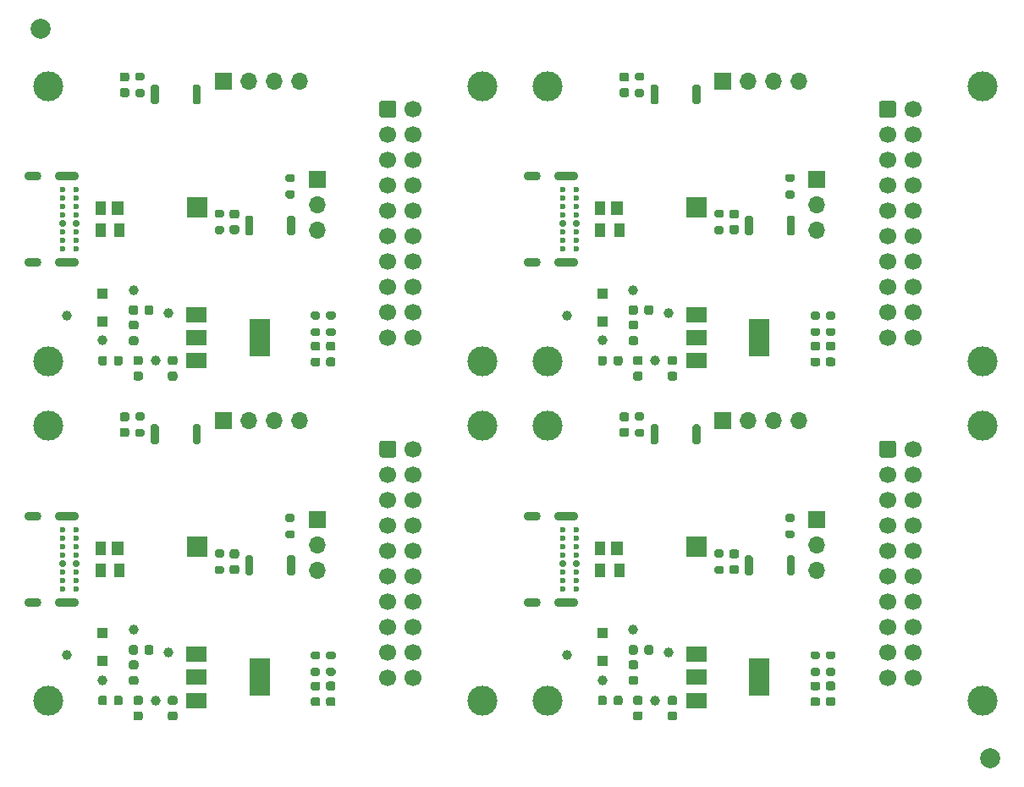
<source format=gts>
G04 #@! TF.GenerationSoftware,KiCad,Pcbnew,(5.1.10-1-10_14)*
G04 #@! TF.CreationDate,2022-04-15T02:52:12+09:00*
G04 #@! TF.ProjectId,cmsis-dap_rp2040,636d7369-732d-4646-9170-5f7270323034,rev?*
G04 #@! TF.SameCoordinates,Original*
G04 #@! TF.FileFunction,Soldermask,Top*
G04 #@! TF.FilePolarity,Negative*
%FSLAX46Y46*%
G04 Gerber Fmt 4.6, Leading zero omitted, Abs format (unit mm)*
G04 Created by KiCad (PCBNEW (5.1.10-1-10_14)) date 2022-04-15 02:52:12*
%MOMM*%
%LPD*%
G01*
G04 APERTURE LIST*
%ADD10C,2.000000*%
%ADD11R,1.200000X1.400000*%
%ADD12R,1.000000X1.400000*%
%ADD13C,3.000000*%
%ADD14C,0.600000*%
%ADD15C,0.700000*%
%ADD16O,2.400000X0.900000*%
%ADD17O,1.700000X0.900000*%
%ADD18C,1.000000*%
%ADD19R,2.000000X3.800000*%
%ADD20R,2.000000X1.500000*%
%ADD21C,1.700000*%
%ADD22O,1.700000X1.700000*%
%ADD23R,1.700000X1.700000*%
%ADD24R,1.100000X1.100000*%
%ADD25R,2.000000X2.000000*%
G04 APERTURE END LIST*
D10*
G04 #@! TO.C,REF\u002A\u002A*
X102500000Y-47500000D03*
G04 #@! TD*
G04 #@! TO.C,REF\u002A\u002A*
X197500000Y-120500000D03*
G04 #@! TD*
G04 #@! TO.C,C1*
G36*
G01*
X160660000Y-85895000D02*
X161160000Y-85895000D01*
G75*
G02*
X161385000Y-86120000I0J-225000D01*
G01*
X161385000Y-86570000D01*
G75*
G02*
X161160000Y-86795000I-225000J0D01*
G01*
X160660000Y-86795000D01*
G75*
G02*
X160435000Y-86570000I0J225000D01*
G01*
X160435000Y-86120000D01*
G75*
G02*
X160660000Y-85895000I225000J0D01*
G01*
G37*
G36*
G01*
X160660000Y-87445000D02*
X161160000Y-87445000D01*
G75*
G02*
X161385000Y-87670000I0J-225000D01*
G01*
X161385000Y-88120000D01*
G75*
G02*
X161160000Y-88345000I-225000J0D01*
G01*
X160660000Y-88345000D01*
G75*
G02*
X160435000Y-88120000I0J225000D01*
G01*
X160435000Y-87670000D01*
G75*
G02*
X160660000Y-87445000I225000J0D01*
G01*
G37*
G04 #@! TD*
G04 #@! TO.C,C1*
G36*
G01*
X110660000Y-85895000D02*
X111160000Y-85895000D01*
G75*
G02*
X111385000Y-86120000I0J-225000D01*
G01*
X111385000Y-86570000D01*
G75*
G02*
X111160000Y-86795000I-225000J0D01*
G01*
X110660000Y-86795000D01*
G75*
G02*
X110435000Y-86570000I0J225000D01*
G01*
X110435000Y-86120000D01*
G75*
G02*
X110660000Y-85895000I225000J0D01*
G01*
G37*
G36*
G01*
X110660000Y-87445000D02*
X111160000Y-87445000D01*
G75*
G02*
X111385000Y-87670000I0J-225000D01*
G01*
X111385000Y-88120000D01*
G75*
G02*
X111160000Y-88345000I-225000J0D01*
G01*
X110660000Y-88345000D01*
G75*
G02*
X110435000Y-88120000I0J225000D01*
G01*
X110435000Y-87670000D01*
G75*
G02*
X110660000Y-87445000I225000J0D01*
G01*
G37*
G04 #@! TD*
G04 #@! TO.C,C1*
G36*
G01*
X160660000Y-51895000D02*
X161160000Y-51895000D01*
G75*
G02*
X161385000Y-52120000I0J-225000D01*
G01*
X161385000Y-52570000D01*
G75*
G02*
X161160000Y-52795000I-225000J0D01*
G01*
X160660000Y-52795000D01*
G75*
G02*
X160435000Y-52570000I0J225000D01*
G01*
X160435000Y-52120000D01*
G75*
G02*
X160660000Y-51895000I225000J0D01*
G01*
G37*
G36*
G01*
X160660000Y-53445000D02*
X161160000Y-53445000D01*
G75*
G02*
X161385000Y-53670000I0J-225000D01*
G01*
X161385000Y-54120000D01*
G75*
G02*
X161160000Y-54345000I-225000J0D01*
G01*
X160660000Y-54345000D01*
G75*
G02*
X160435000Y-54120000I0J225000D01*
G01*
X160435000Y-53670000D01*
G75*
G02*
X160660000Y-53445000I225000J0D01*
G01*
G37*
G04 #@! TD*
G04 #@! TO.C,C3*
G36*
G01*
X162010000Y-114255000D02*
X162510000Y-114255000D01*
G75*
G02*
X162735000Y-114480000I0J-225000D01*
G01*
X162735000Y-114930000D01*
G75*
G02*
X162510000Y-115155000I-225000J0D01*
G01*
X162010000Y-115155000D01*
G75*
G02*
X161785000Y-114930000I0J225000D01*
G01*
X161785000Y-114480000D01*
G75*
G02*
X162010000Y-114255000I225000J0D01*
G01*
G37*
G36*
G01*
X162010000Y-115805000D02*
X162510000Y-115805000D01*
G75*
G02*
X162735000Y-116030000I0J-225000D01*
G01*
X162735000Y-116480000D01*
G75*
G02*
X162510000Y-116705000I-225000J0D01*
G01*
X162010000Y-116705000D01*
G75*
G02*
X161785000Y-116480000I0J225000D01*
G01*
X161785000Y-116030000D01*
G75*
G02*
X162010000Y-115805000I225000J0D01*
G01*
G37*
G04 #@! TD*
G04 #@! TO.C,C3*
G36*
G01*
X112010000Y-114255000D02*
X112510000Y-114255000D01*
G75*
G02*
X112735000Y-114480000I0J-225000D01*
G01*
X112735000Y-114930000D01*
G75*
G02*
X112510000Y-115155000I-225000J0D01*
G01*
X112010000Y-115155000D01*
G75*
G02*
X111785000Y-114930000I0J225000D01*
G01*
X111785000Y-114480000D01*
G75*
G02*
X112010000Y-114255000I225000J0D01*
G01*
G37*
G36*
G01*
X112010000Y-115805000D02*
X112510000Y-115805000D01*
G75*
G02*
X112735000Y-116030000I0J-225000D01*
G01*
X112735000Y-116480000D01*
G75*
G02*
X112510000Y-116705000I-225000J0D01*
G01*
X112010000Y-116705000D01*
G75*
G02*
X111785000Y-116480000I0J225000D01*
G01*
X111785000Y-116030000D01*
G75*
G02*
X112010000Y-115805000I225000J0D01*
G01*
G37*
G04 #@! TD*
G04 #@! TO.C,C3*
G36*
G01*
X162010000Y-80255000D02*
X162510000Y-80255000D01*
G75*
G02*
X162735000Y-80480000I0J-225000D01*
G01*
X162735000Y-80930000D01*
G75*
G02*
X162510000Y-81155000I-225000J0D01*
G01*
X162010000Y-81155000D01*
G75*
G02*
X161785000Y-80930000I0J225000D01*
G01*
X161785000Y-80480000D01*
G75*
G02*
X162010000Y-80255000I225000J0D01*
G01*
G37*
G36*
G01*
X162010000Y-81805000D02*
X162510000Y-81805000D01*
G75*
G02*
X162735000Y-82030000I0J-225000D01*
G01*
X162735000Y-82480000D01*
G75*
G02*
X162510000Y-82705000I-225000J0D01*
G01*
X162010000Y-82705000D01*
G75*
G02*
X161785000Y-82480000I0J225000D01*
G01*
X161785000Y-82030000D01*
G75*
G02*
X162010000Y-81805000I225000J0D01*
G01*
G37*
G04 #@! TD*
G04 #@! TO.C,C4*
G36*
G01*
X165470000Y-114265000D02*
X165970000Y-114265000D01*
G75*
G02*
X166195000Y-114490000I0J-225000D01*
G01*
X166195000Y-114940000D01*
G75*
G02*
X165970000Y-115165000I-225000J0D01*
G01*
X165470000Y-115165000D01*
G75*
G02*
X165245000Y-114940000I0J225000D01*
G01*
X165245000Y-114490000D01*
G75*
G02*
X165470000Y-114265000I225000J0D01*
G01*
G37*
G36*
G01*
X165470000Y-115815000D02*
X165970000Y-115815000D01*
G75*
G02*
X166195000Y-116040000I0J-225000D01*
G01*
X166195000Y-116490000D01*
G75*
G02*
X165970000Y-116715000I-225000J0D01*
G01*
X165470000Y-116715000D01*
G75*
G02*
X165245000Y-116490000I0J225000D01*
G01*
X165245000Y-116040000D01*
G75*
G02*
X165470000Y-115815000I225000J0D01*
G01*
G37*
G04 #@! TD*
G04 #@! TO.C,C4*
G36*
G01*
X115470000Y-114265000D02*
X115970000Y-114265000D01*
G75*
G02*
X116195000Y-114490000I0J-225000D01*
G01*
X116195000Y-114940000D01*
G75*
G02*
X115970000Y-115165000I-225000J0D01*
G01*
X115470000Y-115165000D01*
G75*
G02*
X115245000Y-114940000I0J225000D01*
G01*
X115245000Y-114490000D01*
G75*
G02*
X115470000Y-114265000I225000J0D01*
G01*
G37*
G36*
G01*
X115470000Y-115815000D02*
X115970000Y-115815000D01*
G75*
G02*
X116195000Y-116040000I0J-225000D01*
G01*
X116195000Y-116490000D01*
G75*
G02*
X115970000Y-116715000I-225000J0D01*
G01*
X115470000Y-116715000D01*
G75*
G02*
X115245000Y-116490000I0J225000D01*
G01*
X115245000Y-116040000D01*
G75*
G02*
X115470000Y-115815000I225000J0D01*
G01*
G37*
G04 #@! TD*
G04 #@! TO.C,C4*
G36*
G01*
X165470000Y-80265000D02*
X165970000Y-80265000D01*
G75*
G02*
X166195000Y-80490000I0J-225000D01*
G01*
X166195000Y-80940000D01*
G75*
G02*
X165970000Y-81165000I-225000J0D01*
G01*
X165470000Y-81165000D01*
G75*
G02*
X165245000Y-80940000I0J225000D01*
G01*
X165245000Y-80490000D01*
G75*
G02*
X165470000Y-80265000I225000J0D01*
G01*
G37*
G36*
G01*
X165470000Y-81815000D02*
X165970000Y-81815000D01*
G75*
G02*
X166195000Y-82040000I0J-225000D01*
G01*
X166195000Y-82490000D01*
G75*
G02*
X165970000Y-82715000I-225000J0D01*
G01*
X165470000Y-82715000D01*
G75*
G02*
X165245000Y-82490000I0J225000D01*
G01*
X165245000Y-82040000D01*
G75*
G02*
X165470000Y-81815000I225000J0D01*
G01*
G37*
G04 #@! TD*
G04 #@! TO.C,C7*
G36*
G01*
X172150000Y-102055000D02*
X171650000Y-102055000D01*
G75*
G02*
X171425000Y-101830000I0J225000D01*
G01*
X171425000Y-101380000D01*
G75*
G02*
X171650000Y-101155000I225000J0D01*
G01*
X172150000Y-101155000D01*
G75*
G02*
X172375000Y-101380000I0J-225000D01*
G01*
X172375000Y-101830000D01*
G75*
G02*
X172150000Y-102055000I-225000J0D01*
G01*
G37*
G36*
G01*
X172150000Y-100505000D02*
X171650000Y-100505000D01*
G75*
G02*
X171425000Y-100280000I0J225000D01*
G01*
X171425000Y-99830000D01*
G75*
G02*
X171650000Y-99605000I225000J0D01*
G01*
X172150000Y-99605000D01*
G75*
G02*
X172375000Y-99830000I0J-225000D01*
G01*
X172375000Y-100280000D01*
G75*
G02*
X172150000Y-100505000I-225000J0D01*
G01*
G37*
G04 #@! TD*
G04 #@! TO.C,C7*
G36*
G01*
X122150000Y-102055000D02*
X121650000Y-102055000D01*
G75*
G02*
X121425000Y-101830000I0J225000D01*
G01*
X121425000Y-101380000D01*
G75*
G02*
X121650000Y-101155000I225000J0D01*
G01*
X122150000Y-101155000D01*
G75*
G02*
X122375000Y-101380000I0J-225000D01*
G01*
X122375000Y-101830000D01*
G75*
G02*
X122150000Y-102055000I-225000J0D01*
G01*
G37*
G36*
G01*
X122150000Y-100505000D02*
X121650000Y-100505000D01*
G75*
G02*
X121425000Y-100280000I0J225000D01*
G01*
X121425000Y-99830000D01*
G75*
G02*
X121650000Y-99605000I225000J0D01*
G01*
X122150000Y-99605000D01*
G75*
G02*
X122375000Y-99830000I0J-225000D01*
G01*
X122375000Y-100280000D01*
G75*
G02*
X122150000Y-100505000I-225000J0D01*
G01*
G37*
G04 #@! TD*
G04 #@! TO.C,C7*
G36*
G01*
X172150000Y-68055000D02*
X171650000Y-68055000D01*
G75*
G02*
X171425000Y-67830000I0J225000D01*
G01*
X171425000Y-67380000D01*
G75*
G02*
X171650000Y-67155000I225000J0D01*
G01*
X172150000Y-67155000D01*
G75*
G02*
X172375000Y-67380000I0J-225000D01*
G01*
X172375000Y-67830000D01*
G75*
G02*
X172150000Y-68055000I-225000J0D01*
G01*
G37*
G36*
G01*
X172150000Y-66505000D02*
X171650000Y-66505000D01*
G75*
G02*
X171425000Y-66280000I0J225000D01*
G01*
X171425000Y-65830000D01*
G75*
G02*
X171650000Y-65605000I225000J0D01*
G01*
X172150000Y-65605000D01*
G75*
G02*
X172375000Y-65830000I0J-225000D01*
G01*
X172375000Y-66280000D01*
G75*
G02*
X172150000Y-66505000I-225000J0D01*
G01*
G37*
G04 #@! TD*
G04 #@! TO.C,C10*
G36*
G01*
X161355000Y-109910000D02*
X161355000Y-109410000D01*
G75*
G02*
X161580000Y-109185000I225000J0D01*
G01*
X162030000Y-109185000D01*
G75*
G02*
X162255000Y-109410000I0J-225000D01*
G01*
X162255000Y-109910000D01*
G75*
G02*
X162030000Y-110135000I-225000J0D01*
G01*
X161580000Y-110135000D01*
G75*
G02*
X161355000Y-109910000I0J225000D01*
G01*
G37*
G36*
G01*
X162905000Y-109910000D02*
X162905000Y-109410000D01*
G75*
G02*
X163130000Y-109185000I225000J0D01*
G01*
X163580000Y-109185000D01*
G75*
G02*
X163805000Y-109410000I0J-225000D01*
G01*
X163805000Y-109910000D01*
G75*
G02*
X163580000Y-110135000I-225000J0D01*
G01*
X163130000Y-110135000D01*
G75*
G02*
X162905000Y-109910000I0J225000D01*
G01*
G37*
G04 #@! TD*
G04 #@! TO.C,C10*
G36*
G01*
X111355000Y-109910000D02*
X111355000Y-109410000D01*
G75*
G02*
X111580000Y-109185000I225000J0D01*
G01*
X112030000Y-109185000D01*
G75*
G02*
X112255000Y-109410000I0J-225000D01*
G01*
X112255000Y-109910000D01*
G75*
G02*
X112030000Y-110135000I-225000J0D01*
G01*
X111580000Y-110135000D01*
G75*
G02*
X111355000Y-109910000I0J225000D01*
G01*
G37*
G36*
G01*
X112905000Y-109910000D02*
X112905000Y-109410000D01*
G75*
G02*
X113130000Y-109185000I225000J0D01*
G01*
X113580000Y-109185000D01*
G75*
G02*
X113805000Y-109410000I0J-225000D01*
G01*
X113805000Y-109910000D01*
G75*
G02*
X113580000Y-110135000I-225000J0D01*
G01*
X113130000Y-110135000D01*
G75*
G02*
X112905000Y-109910000I0J225000D01*
G01*
G37*
G04 #@! TD*
G04 #@! TO.C,C10*
G36*
G01*
X161355000Y-75910000D02*
X161355000Y-75410000D01*
G75*
G02*
X161580000Y-75185000I225000J0D01*
G01*
X162030000Y-75185000D01*
G75*
G02*
X162255000Y-75410000I0J-225000D01*
G01*
X162255000Y-75910000D01*
G75*
G02*
X162030000Y-76135000I-225000J0D01*
G01*
X161580000Y-76135000D01*
G75*
G02*
X161355000Y-75910000I0J225000D01*
G01*
G37*
G36*
G01*
X162905000Y-75910000D02*
X162905000Y-75410000D01*
G75*
G02*
X163130000Y-75185000I225000J0D01*
G01*
X163580000Y-75185000D01*
G75*
G02*
X163805000Y-75410000I0J-225000D01*
G01*
X163805000Y-75910000D01*
G75*
G02*
X163580000Y-76135000I-225000J0D01*
G01*
X163130000Y-76135000D01*
G75*
G02*
X162905000Y-75910000I0J225000D01*
G01*
G37*
G04 #@! TD*
D11*
G04 #@! TO.C,D1*
X160210000Y-99490000D03*
D12*
X158490000Y-99490000D03*
X158490000Y-101690000D03*
X160390000Y-101690000D03*
G04 #@! TD*
D11*
G04 #@! TO.C,D1*
X110210000Y-99490000D03*
D12*
X108490000Y-99490000D03*
X108490000Y-101690000D03*
X110390000Y-101690000D03*
G04 #@! TD*
D11*
G04 #@! TO.C,D1*
X160210000Y-65490000D03*
D12*
X158490000Y-65490000D03*
X158490000Y-67690000D03*
X160390000Y-67690000D03*
G04 #@! TD*
G04 #@! TO.C,D4*
G36*
G01*
X181800250Y-115281000D02*
X181287750Y-115281000D01*
G75*
G02*
X181069000Y-115062250I0J218750D01*
G01*
X181069000Y-114624750D01*
G75*
G02*
X181287750Y-114406000I218750J0D01*
G01*
X181800250Y-114406000D01*
G75*
G02*
X182019000Y-114624750I0J-218750D01*
G01*
X182019000Y-115062250D01*
G75*
G02*
X181800250Y-115281000I-218750J0D01*
G01*
G37*
G36*
G01*
X181800250Y-113706000D02*
X181287750Y-113706000D01*
G75*
G02*
X181069000Y-113487250I0J218750D01*
G01*
X181069000Y-113049750D01*
G75*
G02*
X181287750Y-112831000I218750J0D01*
G01*
X181800250Y-112831000D01*
G75*
G02*
X182019000Y-113049750I0J-218750D01*
G01*
X182019000Y-113487250D01*
G75*
G02*
X181800250Y-113706000I-218750J0D01*
G01*
G37*
G04 #@! TD*
G04 #@! TO.C,D4*
G36*
G01*
X131800250Y-115281000D02*
X131287750Y-115281000D01*
G75*
G02*
X131069000Y-115062250I0J218750D01*
G01*
X131069000Y-114624750D01*
G75*
G02*
X131287750Y-114406000I218750J0D01*
G01*
X131800250Y-114406000D01*
G75*
G02*
X132019000Y-114624750I0J-218750D01*
G01*
X132019000Y-115062250D01*
G75*
G02*
X131800250Y-115281000I-218750J0D01*
G01*
G37*
G36*
G01*
X131800250Y-113706000D02*
X131287750Y-113706000D01*
G75*
G02*
X131069000Y-113487250I0J218750D01*
G01*
X131069000Y-113049750D01*
G75*
G02*
X131287750Y-112831000I218750J0D01*
G01*
X131800250Y-112831000D01*
G75*
G02*
X132019000Y-113049750I0J-218750D01*
G01*
X132019000Y-113487250D01*
G75*
G02*
X131800250Y-113706000I-218750J0D01*
G01*
G37*
G04 #@! TD*
G04 #@! TO.C,D4*
G36*
G01*
X181800250Y-81281000D02*
X181287750Y-81281000D01*
G75*
G02*
X181069000Y-81062250I0J218750D01*
G01*
X181069000Y-80624750D01*
G75*
G02*
X181287750Y-80406000I218750J0D01*
G01*
X181800250Y-80406000D01*
G75*
G02*
X182019000Y-80624750I0J-218750D01*
G01*
X182019000Y-81062250D01*
G75*
G02*
X181800250Y-81281000I-218750J0D01*
G01*
G37*
G36*
G01*
X181800250Y-79706000D02*
X181287750Y-79706000D01*
G75*
G02*
X181069000Y-79487250I0J218750D01*
G01*
X181069000Y-79049750D01*
G75*
G02*
X181287750Y-78831000I218750J0D01*
G01*
X181800250Y-78831000D01*
G75*
G02*
X182019000Y-79049750I0J-218750D01*
G01*
X182019000Y-79487250D01*
G75*
G02*
X181800250Y-79706000I-218750J0D01*
G01*
G37*
G04 #@! TD*
D13*
G04 #@! TO.C,H1*
X153250000Y-87250000D03*
G04 #@! TD*
G04 #@! TO.C,H1*
X103250000Y-87250000D03*
G04 #@! TD*
G04 #@! TO.C,H1*
X153250000Y-53250000D03*
G04 #@! TD*
G04 #@! TO.C,H2*
X196750000Y-114750000D03*
G04 #@! TD*
G04 #@! TO.C,H2*
X146750000Y-114750000D03*
G04 #@! TD*
G04 #@! TO.C,H2*
X196750000Y-80750000D03*
G04 #@! TD*
G04 #@! TO.C,H3*
X153250000Y-114750000D03*
G04 #@! TD*
G04 #@! TO.C,H3*
X103250000Y-114750000D03*
G04 #@! TD*
G04 #@! TO.C,H3*
X153250000Y-80750000D03*
G04 #@! TD*
G04 #@! TO.C,H4*
X196750000Y-87250000D03*
G04 #@! TD*
G04 #@! TO.C,H4*
X146750000Y-87250000D03*
G04 #@! TD*
G04 #@! TO.C,H4*
X196750000Y-53250000D03*
G04 #@! TD*
D14*
G04 #@! TO.C,J1*
X156100000Y-97600000D03*
X156100000Y-98450000D03*
X156100000Y-99300000D03*
X156100000Y-100150000D03*
D15*
X156100000Y-101000000D03*
D14*
X156100000Y-101850000D03*
X156100000Y-102700000D03*
X156100000Y-103550000D03*
X154750000Y-98450000D03*
X154750000Y-100150000D03*
X154750000Y-99300000D03*
X154750000Y-97600000D03*
X154750000Y-101850000D03*
X154750000Y-102700000D03*
X154750000Y-103550000D03*
D15*
X154750000Y-101000000D03*
D16*
X155120000Y-96250000D03*
X155120000Y-104900000D03*
D17*
X151740000Y-96250000D03*
X151740000Y-104900000D03*
G04 #@! TD*
D14*
G04 #@! TO.C,J1*
X106100000Y-97600000D03*
X106100000Y-98450000D03*
X106100000Y-99300000D03*
X106100000Y-100150000D03*
D15*
X106100000Y-101000000D03*
D14*
X106100000Y-101850000D03*
X106100000Y-102700000D03*
X106100000Y-103550000D03*
X104750000Y-98450000D03*
X104750000Y-100150000D03*
X104750000Y-99300000D03*
X104750000Y-97600000D03*
X104750000Y-101850000D03*
X104750000Y-102700000D03*
X104750000Y-103550000D03*
D15*
X104750000Y-101000000D03*
D16*
X105120000Y-96250000D03*
X105120000Y-104900000D03*
D17*
X101740000Y-96250000D03*
X101740000Y-104900000D03*
G04 #@! TD*
D14*
G04 #@! TO.C,J1*
X156100000Y-63600000D03*
X156100000Y-64450000D03*
X156100000Y-65300000D03*
X156100000Y-66150000D03*
D15*
X156100000Y-67000000D03*
D14*
X156100000Y-67850000D03*
X156100000Y-68700000D03*
X156100000Y-69550000D03*
X154750000Y-64450000D03*
X154750000Y-66150000D03*
X154750000Y-65300000D03*
X154750000Y-63600000D03*
X154750000Y-67850000D03*
X154750000Y-68700000D03*
X154750000Y-69550000D03*
D15*
X154750000Y-67000000D03*
D16*
X155120000Y-62250000D03*
X155120000Y-70900000D03*
D17*
X151740000Y-62250000D03*
X151740000Y-70900000D03*
G04 #@! TD*
G04 #@! TO.C,L1*
G36*
G01*
X158275000Y-114976250D02*
X158275000Y-114463750D01*
G75*
G02*
X158493750Y-114245000I218750J0D01*
G01*
X158931250Y-114245000D01*
G75*
G02*
X159150000Y-114463750I0J-218750D01*
G01*
X159150000Y-114976250D01*
G75*
G02*
X158931250Y-115195000I-218750J0D01*
G01*
X158493750Y-115195000D01*
G75*
G02*
X158275000Y-114976250I0J218750D01*
G01*
G37*
G36*
G01*
X159850000Y-114976250D02*
X159850000Y-114463750D01*
G75*
G02*
X160068750Y-114245000I218750J0D01*
G01*
X160506250Y-114245000D01*
G75*
G02*
X160725000Y-114463750I0J-218750D01*
G01*
X160725000Y-114976250D01*
G75*
G02*
X160506250Y-115195000I-218750J0D01*
G01*
X160068750Y-115195000D01*
G75*
G02*
X159850000Y-114976250I0J218750D01*
G01*
G37*
G04 #@! TD*
G04 #@! TO.C,L1*
G36*
G01*
X108275000Y-114976250D02*
X108275000Y-114463750D01*
G75*
G02*
X108493750Y-114245000I218750J0D01*
G01*
X108931250Y-114245000D01*
G75*
G02*
X109150000Y-114463750I0J-218750D01*
G01*
X109150000Y-114976250D01*
G75*
G02*
X108931250Y-115195000I-218750J0D01*
G01*
X108493750Y-115195000D01*
G75*
G02*
X108275000Y-114976250I0J218750D01*
G01*
G37*
G36*
G01*
X109850000Y-114976250D02*
X109850000Y-114463750D01*
G75*
G02*
X110068750Y-114245000I218750J0D01*
G01*
X110506250Y-114245000D01*
G75*
G02*
X110725000Y-114463750I0J-218750D01*
G01*
X110725000Y-114976250D01*
G75*
G02*
X110506250Y-115195000I-218750J0D01*
G01*
X110068750Y-115195000D01*
G75*
G02*
X109850000Y-114976250I0J218750D01*
G01*
G37*
G04 #@! TD*
G04 #@! TO.C,L1*
G36*
G01*
X158275000Y-80976250D02*
X158275000Y-80463750D01*
G75*
G02*
X158493750Y-80245000I218750J0D01*
G01*
X158931250Y-80245000D01*
G75*
G02*
X159150000Y-80463750I0J-218750D01*
G01*
X159150000Y-80976250D01*
G75*
G02*
X158931250Y-81195000I-218750J0D01*
G01*
X158493750Y-81195000D01*
G75*
G02*
X158275000Y-80976250I0J218750D01*
G01*
G37*
G36*
G01*
X159850000Y-80976250D02*
X159850000Y-80463750D01*
G75*
G02*
X160068750Y-80245000I218750J0D01*
G01*
X160506250Y-80245000D01*
G75*
G02*
X160725000Y-80463750I0J-218750D01*
G01*
X160725000Y-80976250D01*
G75*
G02*
X160506250Y-81195000I-218750J0D01*
G01*
X160068750Y-81195000D01*
G75*
G02*
X159850000Y-80976250I0J218750D01*
G01*
G37*
G04 #@! TD*
G04 #@! TO.C,R1*
G36*
G01*
X177205000Y-96045000D02*
X177755000Y-96045000D01*
G75*
G02*
X177955000Y-96245000I0J-200000D01*
G01*
X177955000Y-96645000D01*
G75*
G02*
X177755000Y-96845000I-200000J0D01*
G01*
X177205000Y-96845000D01*
G75*
G02*
X177005000Y-96645000I0J200000D01*
G01*
X177005000Y-96245000D01*
G75*
G02*
X177205000Y-96045000I200000J0D01*
G01*
G37*
G36*
G01*
X177205000Y-97695000D02*
X177755000Y-97695000D01*
G75*
G02*
X177955000Y-97895000I0J-200000D01*
G01*
X177955000Y-98295000D01*
G75*
G02*
X177755000Y-98495000I-200000J0D01*
G01*
X177205000Y-98495000D01*
G75*
G02*
X177005000Y-98295000I0J200000D01*
G01*
X177005000Y-97895000D01*
G75*
G02*
X177205000Y-97695000I200000J0D01*
G01*
G37*
G04 #@! TD*
G04 #@! TO.C,R1*
G36*
G01*
X127205000Y-96045000D02*
X127755000Y-96045000D01*
G75*
G02*
X127955000Y-96245000I0J-200000D01*
G01*
X127955000Y-96645000D01*
G75*
G02*
X127755000Y-96845000I-200000J0D01*
G01*
X127205000Y-96845000D01*
G75*
G02*
X127005000Y-96645000I0J200000D01*
G01*
X127005000Y-96245000D01*
G75*
G02*
X127205000Y-96045000I200000J0D01*
G01*
G37*
G36*
G01*
X127205000Y-97695000D02*
X127755000Y-97695000D01*
G75*
G02*
X127955000Y-97895000I0J-200000D01*
G01*
X127955000Y-98295000D01*
G75*
G02*
X127755000Y-98495000I-200000J0D01*
G01*
X127205000Y-98495000D01*
G75*
G02*
X127005000Y-98295000I0J200000D01*
G01*
X127005000Y-97895000D01*
G75*
G02*
X127205000Y-97695000I200000J0D01*
G01*
G37*
G04 #@! TD*
G04 #@! TO.C,R1*
G36*
G01*
X177205000Y-62045000D02*
X177755000Y-62045000D01*
G75*
G02*
X177955000Y-62245000I0J-200000D01*
G01*
X177955000Y-62645000D01*
G75*
G02*
X177755000Y-62845000I-200000J0D01*
G01*
X177205000Y-62845000D01*
G75*
G02*
X177005000Y-62645000I0J200000D01*
G01*
X177005000Y-62245000D01*
G75*
G02*
X177205000Y-62045000I200000J0D01*
G01*
G37*
G36*
G01*
X177205000Y-63695000D02*
X177755000Y-63695000D01*
G75*
G02*
X177955000Y-63895000I0J-200000D01*
G01*
X177955000Y-64295000D01*
G75*
G02*
X177755000Y-64495000I-200000J0D01*
G01*
X177205000Y-64495000D01*
G75*
G02*
X177005000Y-64295000I0J200000D01*
G01*
X177005000Y-63895000D01*
G75*
G02*
X177205000Y-63695000I200000J0D01*
G01*
G37*
G04 #@! TD*
G04 #@! TO.C,R2*
G36*
G01*
X162705000Y-88345000D02*
X162155000Y-88345000D01*
G75*
G02*
X161955000Y-88145000I0J200000D01*
G01*
X161955000Y-87745000D01*
G75*
G02*
X162155000Y-87545000I200000J0D01*
G01*
X162705000Y-87545000D01*
G75*
G02*
X162905000Y-87745000I0J-200000D01*
G01*
X162905000Y-88145000D01*
G75*
G02*
X162705000Y-88345000I-200000J0D01*
G01*
G37*
G36*
G01*
X162705000Y-86695000D02*
X162155000Y-86695000D01*
G75*
G02*
X161955000Y-86495000I0J200000D01*
G01*
X161955000Y-86095000D01*
G75*
G02*
X162155000Y-85895000I200000J0D01*
G01*
X162705000Y-85895000D01*
G75*
G02*
X162905000Y-86095000I0J-200000D01*
G01*
X162905000Y-86495000D01*
G75*
G02*
X162705000Y-86695000I-200000J0D01*
G01*
G37*
G04 #@! TD*
G04 #@! TO.C,R2*
G36*
G01*
X112705000Y-88345000D02*
X112155000Y-88345000D01*
G75*
G02*
X111955000Y-88145000I0J200000D01*
G01*
X111955000Y-87745000D01*
G75*
G02*
X112155000Y-87545000I200000J0D01*
G01*
X112705000Y-87545000D01*
G75*
G02*
X112905000Y-87745000I0J-200000D01*
G01*
X112905000Y-88145000D01*
G75*
G02*
X112705000Y-88345000I-200000J0D01*
G01*
G37*
G36*
G01*
X112705000Y-86695000D02*
X112155000Y-86695000D01*
G75*
G02*
X111955000Y-86495000I0J200000D01*
G01*
X111955000Y-86095000D01*
G75*
G02*
X112155000Y-85895000I200000J0D01*
G01*
X112705000Y-85895000D01*
G75*
G02*
X112905000Y-86095000I0J-200000D01*
G01*
X112905000Y-86495000D01*
G75*
G02*
X112705000Y-86695000I-200000J0D01*
G01*
G37*
G04 #@! TD*
G04 #@! TO.C,R2*
G36*
G01*
X162705000Y-54345000D02*
X162155000Y-54345000D01*
G75*
G02*
X161955000Y-54145000I0J200000D01*
G01*
X161955000Y-53745000D01*
G75*
G02*
X162155000Y-53545000I200000J0D01*
G01*
X162705000Y-53545000D01*
G75*
G02*
X162905000Y-53745000I0J-200000D01*
G01*
X162905000Y-54145000D01*
G75*
G02*
X162705000Y-54345000I-200000J0D01*
G01*
G37*
G36*
G01*
X162705000Y-52695000D02*
X162155000Y-52695000D01*
G75*
G02*
X161955000Y-52495000I0J200000D01*
G01*
X161955000Y-52095000D01*
G75*
G02*
X162155000Y-51895000I200000J0D01*
G01*
X162705000Y-51895000D01*
G75*
G02*
X162905000Y-52095000I0J-200000D01*
G01*
X162905000Y-52495000D01*
G75*
G02*
X162705000Y-52695000I-200000J0D01*
G01*
G37*
G04 #@! TD*
G04 #@! TO.C,R8*
G36*
G01*
X170115000Y-99605000D02*
X170665000Y-99605000D01*
G75*
G02*
X170865000Y-99805000I0J-200000D01*
G01*
X170865000Y-100205000D01*
G75*
G02*
X170665000Y-100405000I-200000J0D01*
G01*
X170115000Y-100405000D01*
G75*
G02*
X169915000Y-100205000I0J200000D01*
G01*
X169915000Y-99805000D01*
G75*
G02*
X170115000Y-99605000I200000J0D01*
G01*
G37*
G36*
G01*
X170115000Y-101255000D02*
X170665000Y-101255000D01*
G75*
G02*
X170865000Y-101455000I0J-200000D01*
G01*
X170865000Y-101855000D01*
G75*
G02*
X170665000Y-102055000I-200000J0D01*
G01*
X170115000Y-102055000D01*
G75*
G02*
X169915000Y-101855000I0J200000D01*
G01*
X169915000Y-101455000D01*
G75*
G02*
X170115000Y-101255000I200000J0D01*
G01*
G37*
G04 #@! TD*
G04 #@! TO.C,R8*
G36*
G01*
X120115000Y-99605000D02*
X120665000Y-99605000D01*
G75*
G02*
X120865000Y-99805000I0J-200000D01*
G01*
X120865000Y-100205000D01*
G75*
G02*
X120665000Y-100405000I-200000J0D01*
G01*
X120115000Y-100405000D01*
G75*
G02*
X119915000Y-100205000I0J200000D01*
G01*
X119915000Y-99805000D01*
G75*
G02*
X120115000Y-99605000I200000J0D01*
G01*
G37*
G36*
G01*
X120115000Y-101255000D02*
X120665000Y-101255000D01*
G75*
G02*
X120865000Y-101455000I0J-200000D01*
G01*
X120865000Y-101855000D01*
G75*
G02*
X120665000Y-102055000I-200000J0D01*
G01*
X120115000Y-102055000D01*
G75*
G02*
X119915000Y-101855000I0J200000D01*
G01*
X119915000Y-101455000D01*
G75*
G02*
X120115000Y-101255000I200000J0D01*
G01*
G37*
G04 #@! TD*
G04 #@! TO.C,R8*
G36*
G01*
X170115000Y-65605000D02*
X170665000Y-65605000D01*
G75*
G02*
X170865000Y-65805000I0J-200000D01*
G01*
X170865000Y-66205000D01*
G75*
G02*
X170665000Y-66405000I-200000J0D01*
G01*
X170115000Y-66405000D01*
G75*
G02*
X169915000Y-66205000I0J200000D01*
G01*
X169915000Y-65805000D01*
G75*
G02*
X170115000Y-65605000I200000J0D01*
G01*
G37*
G36*
G01*
X170115000Y-67255000D02*
X170665000Y-67255000D01*
G75*
G02*
X170865000Y-67455000I0J-200000D01*
G01*
X170865000Y-67855000D01*
G75*
G02*
X170665000Y-68055000I-200000J0D01*
G01*
X170115000Y-68055000D01*
G75*
G02*
X169915000Y-67855000I0J200000D01*
G01*
X169915000Y-67455000D01*
G75*
G02*
X170115000Y-67255000I200000J0D01*
G01*
G37*
G04 #@! TD*
G04 #@! TO.C,R10*
G36*
G01*
X181275000Y-109805000D02*
X181825000Y-109805000D01*
G75*
G02*
X182025000Y-110005000I0J-200000D01*
G01*
X182025000Y-110405000D01*
G75*
G02*
X181825000Y-110605000I-200000J0D01*
G01*
X181275000Y-110605000D01*
G75*
G02*
X181075000Y-110405000I0J200000D01*
G01*
X181075000Y-110005000D01*
G75*
G02*
X181275000Y-109805000I200000J0D01*
G01*
G37*
G36*
G01*
X181275000Y-111455000D02*
X181825000Y-111455000D01*
G75*
G02*
X182025000Y-111655000I0J-200000D01*
G01*
X182025000Y-112055000D01*
G75*
G02*
X181825000Y-112255000I-200000J0D01*
G01*
X181275000Y-112255000D01*
G75*
G02*
X181075000Y-112055000I0J200000D01*
G01*
X181075000Y-111655000D01*
G75*
G02*
X181275000Y-111455000I200000J0D01*
G01*
G37*
G04 #@! TD*
G04 #@! TO.C,R10*
G36*
G01*
X131275000Y-109805000D02*
X131825000Y-109805000D01*
G75*
G02*
X132025000Y-110005000I0J-200000D01*
G01*
X132025000Y-110405000D01*
G75*
G02*
X131825000Y-110605000I-200000J0D01*
G01*
X131275000Y-110605000D01*
G75*
G02*
X131075000Y-110405000I0J200000D01*
G01*
X131075000Y-110005000D01*
G75*
G02*
X131275000Y-109805000I200000J0D01*
G01*
G37*
G36*
G01*
X131275000Y-111455000D02*
X131825000Y-111455000D01*
G75*
G02*
X132025000Y-111655000I0J-200000D01*
G01*
X132025000Y-112055000D01*
G75*
G02*
X131825000Y-112255000I-200000J0D01*
G01*
X131275000Y-112255000D01*
G75*
G02*
X131075000Y-112055000I0J200000D01*
G01*
X131075000Y-111655000D01*
G75*
G02*
X131275000Y-111455000I200000J0D01*
G01*
G37*
G04 #@! TD*
G04 #@! TO.C,R10*
G36*
G01*
X181275000Y-75805000D02*
X181825000Y-75805000D01*
G75*
G02*
X182025000Y-76005000I0J-200000D01*
G01*
X182025000Y-76405000D01*
G75*
G02*
X181825000Y-76605000I-200000J0D01*
G01*
X181275000Y-76605000D01*
G75*
G02*
X181075000Y-76405000I0J200000D01*
G01*
X181075000Y-76005000D01*
G75*
G02*
X181275000Y-75805000I200000J0D01*
G01*
G37*
G36*
G01*
X181275000Y-77455000D02*
X181825000Y-77455000D01*
G75*
G02*
X182025000Y-77655000I0J-200000D01*
G01*
X182025000Y-78055000D01*
G75*
G02*
X181825000Y-78255000I-200000J0D01*
G01*
X181275000Y-78255000D01*
G75*
G02*
X181075000Y-78055000I0J200000D01*
G01*
X181075000Y-77655000D01*
G75*
G02*
X181275000Y-77455000I200000J0D01*
G01*
G37*
G04 #@! TD*
G04 #@! TO.C,SW1*
G36*
G01*
X164330000Y-87290000D02*
X164330000Y-88890000D01*
G75*
G02*
X164130000Y-89090000I-200000J0D01*
G01*
X163730000Y-89090000D01*
G75*
G02*
X163530000Y-88890000I0J200000D01*
G01*
X163530000Y-87290000D01*
G75*
G02*
X163730000Y-87090000I200000J0D01*
G01*
X164130000Y-87090000D01*
G75*
G02*
X164330000Y-87290000I0J-200000D01*
G01*
G37*
G36*
G01*
X168530000Y-87290000D02*
X168530000Y-88890000D01*
G75*
G02*
X168330000Y-89090000I-200000J0D01*
G01*
X167930000Y-89090000D01*
G75*
G02*
X167730000Y-88890000I0J200000D01*
G01*
X167730000Y-87290000D01*
G75*
G02*
X167930000Y-87090000I200000J0D01*
G01*
X168330000Y-87090000D01*
G75*
G02*
X168530000Y-87290000I0J-200000D01*
G01*
G37*
G04 #@! TD*
G04 #@! TO.C,SW1*
G36*
G01*
X114330000Y-87290000D02*
X114330000Y-88890000D01*
G75*
G02*
X114130000Y-89090000I-200000J0D01*
G01*
X113730000Y-89090000D01*
G75*
G02*
X113530000Y-88890000I0J200000D01*
G01*
X113530000Y-87290000D01*
G75*
G02*
X113730000Y-87090000I200000J0D01*
G01*
X114130000Y-87090000D01*
G75*
G02*
X114330000Y-87290000I0J-200000D01*
G01*
G37*
G36*
G01*
X118530000Y-87290000D02*
X118530000Y-88890000D01*
G75*
G02*
X118330000Y-89090000I-200000J0D01*
G01*
X117930000Y-89090000D01*
G75*
G02*
X117730000Y-88890000I0J200000D01*
G01*
X117730000Y-87290000D01*
G75*
G02*
X117930000Y-87090000I200000J0D01*
G01*
X118330000Y-87090000D01*
G75*
G02*
X118530000Y-87290000I0J-200000D01*
G01*
G37*
G04 #@! TD*
G04 #@! TO.C,SW1*
G36*
G01*
X164330000Y-53290000D02*
X164330000Y-54890000D01*
G75*
G02*
X164130000Y-55090000I-200000J0D01*
G01*
X163730000Y-55090000D01*
G75*
G02*
X163530000Y-54890000I0J200000D01*
G01*
X163530000Y-53290000D01*
G75*
G02*
X163730000Y-53090000I200000J0D01*
G01*
X164130000Y-53090000D01*
G75*
G02*
X164330000Y-53290000I0J-200000D01*
G01*
G37*
G36*
G01*
X168530000Y-53290000D02*
X168530000Y-54890000D01*
G75*
G02*
X168330000Y-55090000I-200000J0D01*
G01*
X167930000Y-55090000D01*
G75*
G02*
X167730000Y-54890000I0J200000D01*
G01*
X167730000Y-53290000D01*
G75*
G02*
X167930000Y-53090000I200000J0D01*
G01*
X168330000Y-53090000D01*
G75*
G02*
X168530000Y-53290000I0J-200000D01*
G01*
G37*
G04 #@! TD*
G04 #@! TO.C,SW2*
G36*
G01*
X173770000Y-100400000D02*
X173770000Y-102000000D01*
G75*
G02*
X173570000Y-102200000I-200000J0D01*
G01*
X173170000Y-102200000D01*
G75*
G02*
X172970000Y-102000000I0J200000D01*
G01*
X172970000Y-100400000D01*
G75*
G02*
X173170000Y-100200000I200000J0D01*
G01*
X173570000Y-100200000D01*
G75*
G02*
X173770000Y-100400000I0J-200000D01*
G01*
G37*
G36*
G01*
X177970000Y-100400000D02*
X177970000Y-102000000D01*
G75*
G02*
X177770000Y-102200000I-200000J0D01*
G01*
X177370000Y-102200000D01*
G75*
G02*
X177170000Y-102000000I0J200000D01*
G01*
X177170000Y-100400000D01*
G75*
G02*
X177370000Y-100200000I200000J0D01*
G01*
X177770000Y-100200000D01*
G75*
G02*
X177970000Y-100400000I0J-200000D01*
G01*
G37*
G04 #@! TD*
G04 #@! TO.C,SW2*
G36*
G01*
X123770000Y-100400000D02*
X123770000Y-102000000D01*
G75*
G02*
X123570000Y-102200000I-200000J0D01*
G01*
X123170000Y-102200000D01*
G75*
G02*
X122970000Y-102000000I0J200000D01*
G01*
X122970000Y-100400000D01*
G75*
G02*
X123170000Y-100200000I200000J0D01*
G01*
X123570000Y-100200000D01*
G75*
G02*
X123770000Y-100400000I0J-200000D01*
G01*
G37*
G36*
G01*
X127970000Y-100400000D02*
X127970000Y-102000000D01*
G75*
G02*
X127770000Y-102200000I-200000J0D01*
G01*
X127370000Y-102200000D01*
G75*
G02*
X127170000Y-102000000I0J200000D01*
G01*
X127170000Y-100400000D01*
G75*
G02*
X127370000Y-100200000I200000J0D01*
G01*
X127770000Y-100200000D01*
G75*
G02*
X127970000Y-100400000I0J-200000D01*
G01*
G37*
G04 #@! TD*
G04 #@! TO.C,SW2*
G36*
G01*
X173770000Y-66400000D02*
X173770000Y-68000000D01*
G75*
G02*
X173570000Y-68200000I-200000J0D01*
G01*
X173170000Y-68200000D01*
G75*
G02*
X172970000Y-68000000I0J200000D01*
G01*
X172970000Y-66400000D01*
G75*
G02*
X173170000Y-66200000I200000J0D01*
G01*
X173570000Y-66200000D01*
G75*
G02*
X173770000Y-66400000I0J-200000D01*
G01*
G37*
G36*
G01*
X177970000Y-66400000D02*
X177970000Y-68000000D01*
G75*
G02*
X177770000Y-68200000I-200000J0D01*
G01*
X177370000Y-68200000D01*
G75*
G02*
X177170000Y-68000000I0J200000D01*
G01*
X177170000Y-66400000D01*
G75*
G02*
X177370000Y-66200000I200000J0D01*
G01*
X177770000Y-66200000D01*
G75*
G02*
X177970000Y-66400000I0J-200000D01*
G01*
G37*
G04 #@! TD*
D18*
G04 #@! TO.C,TP2*
X161810000Y-107660000D03*
G04 #@! TD*
G04 #@! TO.C,TP2*
X111810000Y-107660000D03*
G04 #@! TD*
G04 #@! TO.C,TP2*
X161810000Y-73660000D03*
G04 #@! TD*
G04 #@! TO.C,TP3*
X163990000Y-114710000D03*
G04 #@! TD*
G04 #@! TO.C,TP3*
X113990000Y-114710000D03*
G04 #@! TD*
G04 #@! TO.C,TP3*
X163990000Y-80710000D03*
G04 #@! TD*
G04 #@! TO.C,TP5*
X165316000Y-109946000D03*
G04 #@! TD*
G04 #@! TO.C,TP5*
X115316000Y-109946000D03*
G04 #@! TD*
G04 #@! TO.C,TP5*
X165316000Y-75946000D03*
G04 #@! TD*
D19*
G04 #@! TO.C,U4*
X174420000Y-112410000D03*
D20*
X168120000Y-112410000D03*
X168120000Y-114710000D03*
X168120000Y-110110000D03*
G04 #@! TD*
D19*
G04 #@! TO.C,U4*
X124420000Y-112410000D03*
D20*
X118120000Y-112410000D03*
X118120000Y-114710000D03*
X118120000Y-110110000D03*
G04 #@! TD*
D19*
G04 #@! TO.C,U4*
X174420000Y-78410000D03*
D20*
X168120000Y-78410000D03*
X168120000Y-80710000D03*
X168120000Y-76110000D03*
G04 #@! TD*
G04 #@! TO.C,L2*
G36*
G01*
X162076250Y-113165000D02*
X161563750Y-113165000D01*
G75*
G02*
X161345000Y-112946250I0J218750D01*
G01*
X161345000Y-112508750D01*
G75*
G02*
X161563750Y-112290000I218750J0D01*
G01*
X162076250Y-112290000D01*
G75*
G02*
X162295000Y-112508750I0J-218750D01*
G01*
X162295000Y-112946250D01*
G75*
G02*
X162076250Y-113165000I-218750J0D01*
G01*
G37*
G36*
G01*
X162076250Y-111590000D02*
X161563750Y-111590000D01*
G75*
G02*
X161345000Y-111371250I0J218750D01*
G01*
X161345000Y-110933750D01*
G75*
G02*
X161563750Y-110715000I218750J0D01*
G01*
X162076250Y-110715000D01*
G75*
G02*
X162295000Y-110933750I0J-218750D01*
G01*
X162295000Y-111371250D01*
G75*
G02*
X162076250Y-111590000I-218750J0D01*
G01*
G37*
G04 #@! TD*
G04 #@! TO.C,L2*
G36*
G01*
X112076250Y-113165000D02*
X111563750Y-113165000D01*
G75*
G02*
X111345000Y-112946250I0J218750D01*
G01*
X111345000Y-112508750D01*
G75*
G02*
X111563750Y-112290000I218750J0D01*
G01*
X112076250Y-112290000D01*
G75*
G02*
X112295000Y-112508750I0J-218750D01*
G01*
X112295000Y-112946250D01*
G75*
G02*
X112076250Y-113165000I-218750J0D01*
G01*
G37*
G36*
G01*
X112076250Y-111590000D02*
X111563750Y-111590000D01*
G75*
G02*
X111345000Y-111371250I0J218750D01*
G01*
X111345000Y-110933750D01*
G75*
G02*
X111563750Y-110715000I218750J0D01*
G01*
X112076250Y-110715000D01*
G75*
G02*
X112295000Y-110933750I0J-218750D01*
G01*
X112295000Y-111371250D01*
G75*
G02*
X112076250Y-111590000I-218750J0D01*
G01*
G37*
G04 #@! TD*
G04 #@! TO.C,L2*
G36*
G01*
X162076250Y-79165000D02*
X161563750Y-79165000D01*
G75*
G02*
X161345000Y-78946250I0J218750D01*
G01*
X161345000Y-78508750D01*
G75*
G02*
X161563750Y-78290000I218750J0D01*
G01*
X162076250Y-78290000D01*
G75*
G02*
X162295000Y-78508750I0J-218750D01*
G01*
X162295000Y-78946250D01*
G75*
G02*
X162076250Y-79165000I-218750J0D01*
G01*
G37*
G36*
G01*
X162076250Y-77590000D02*
X161563750Y-77590000D01*
G75*
G02*
X161345000Y-77371250I0J218750D01*
G01*
X161345000Y-76933750D01*
G75*
G02*
X161563750Y-76715000I218750J0D01*
G01*
X162076250Y-76715000D01*
G75*
G02*
X162295000Y-76933750I0J-218750D01*
G01*
X162295000Y-77371250D01*
G75*
G02*
X162076250Y-77590000I-218750J0D01*
G01*
G37*
G04 #@! TD*
G04 #@! TO.C,J4*
G36*
G01*
X186400000Y-90160000D02*
X186400000Y-88960000D01*
G75*
G02*
X186650000Y-88710000I250000J0D01*
G01*
X187850000Y-88710000D01*
G75*
G02*
X188100000Y-88960000I0J-250000D01*
G01*
X188100000Y-90160000D01*
G75*
G02*
X187850000Y-90410000I-250000J0D01*
G01*
X186650000Y-90410000D01*
G75*
G02*
X186400000Y-90160000I0J250000D01*
G01*
G37*
D21*
X187250000Y-92100000D03*
X187250000Y-94640000D03*
X187250000Y-97180000D03*
X187250000Y-99720000D03*
X187250000Y-102260000D03*
X187250000Y-104800000D03*
X187250000Y-107340000D03*
X187250000Y-109880000D03*
X187250000Y-112420000D03*
X189790000Y-89560000D03*
X189790000Y-92100000D03*
X189790000Y-94640000D03*
X189790000Y-97180000D03*
X189790000Y-99720000D03*
X189790000Y-102260000D03*
X189790000Y-104800000D03*
X189790000Y-107340000D03*
X189790000Y-109880000D03*
X189790000Y-112420000D03*
G04 #@! TD*
G04 #@! TO.C,J4*
G36*
G01*
X136400000Y-90160000D02*
X136400000Y-88960000D01*
G75*
G02*
X136650000Y-88710000I250000J0D01*
G01*
X137850000Y-88710000D01*
G75*
G02*
X138100000Y-88960000I0J-250000D01*
G01*
X138100000Y-90160000D01*
G75*
G02*
X137850000Y-90410000I-250000J0D01*
G01*
X136650000Y-90410000D01*
G75*
G02*
X136400000Y-90160000I0J250000D01*
G01*
G37*
X137250000Y-92100000D03*
X137250000Y-94640000D03*
X137250000Y-97180000D03*
X137250000Y-99720000D03*
X137250000Y-102260000D03*
X137250000Y-104800000D03*
X137250000Y-107340000D03*
X137250000Y-109880000D03*
X137250000Y-112420000D03*
X139790000Y-89560000D03*
X139790000Y-92100000D03*
X139790000Y-94640000D03*
X139790000Y-97180000D03*
X139790000Y-99720000D03*
X139790000Y-102260000D03*
X139790000Y-104800000D03*
X139790000Y-107340000D03*
X139790000Y-109880000D03*
X139790000Y-112420000D03*
G04 #@! TD*
G04 #@! TO.C,J4*
G36*
G01*
X186400000Y-56160000D02*
X186400000Y-54960000D01*
G75*
G02*
X186650000Y-54710000I250000J0D01*
G01*
X187850000Y-54710000D01*
G75*
G02*
X188100000Y-54960000I0J-250000D01*
G01*
X188100000Y-56160000D01*
G75*
G02*
X187850000Y-56410000I-250000J0D01*
G01*
X186650000Y-56410000D01*
G75*
G02*
X186400000Y-56160000I0J250000D01*
G01*
G37*
X187250000Y-58100000D03*
X187250000Y-60640000D03*
X187250000Y-63180000D03*
X187250000Y-65720000D03*
X187250000Y-68260000D03*
X187250000Y-70800000D03*
X187250000Y-73340000D03*
X187250000Y-75880000D03*
X187250000Y-78420000D03*
X189790000Y-55560000D03*
X189790000Y-58100000D03*
X189790000Y-60640000D03*
X189790000Y-63180000D03*
X189790000Y-65720000D03*
X189790000Y-68260000D03*
X189790000Y-70800000D03*
X189790000Y-73340000D03*
X189790000Y-75880000D03*
X189790000Y-78420000D03*
G04 #@! TD*
D22*
G04 #@! TO.C,J3*
X180180000Y-101660000D03*
X180180000Y-99120000D03*
D23*
X180180000Y-96580000D03*
G04 #@! TD*
D22*
G04 #@! TO.C,J3*
X130180000Y-101660000D03*
X130180000Y-99120000D03*
D23*
X130180000Y-96580000D03*
G04 #@! TD*
D22*
G04 #@! TO.C,J3*
X180180000Y-67660000D03*
X180180000Y-65120000D03*
D23*
X180180000Y-62580000D03*
G04 #@! TD*
D24*
G04 #@! TO.C,D2*
X158700000Y-110790000D03*
X158700000Y-107990000D03*
G04 #@! TD*
G04 #@! TO.C,D2*
X108700000Y-110790000D03*
X108700000Y-107990000D03*
G04 #@! TD*
G04 #@! TO.C,D2*
X158700000Y-76790000D03*
X158700000Y-73990000D03*
G04 #@! TD*
G04 #@! TO.C,D3*
G36*
G01*
X180276250Y-115285000D02*
X179763750Y-115285000D01*
G75*
G02*
X179545000Y-115066250I0J218750D01*
G01*
X179545000Y-114628750D01*
G75*
G02*
X179763750Y-114410000I218750J0D01*
G01*
X180276250Y-114410000D01*
G75*
G02*
X180495000Y-114628750I0J-218750D01*
G01*
X180495000Y-115066250D01*
G75*
G02*
X180276250Y-115285000I-218750J0D01*
G01*
G37*
G36*
G01*
X180276250Y-113710000D02*
X179763750Y-113710000D01*
G75*
G02*
X179545000Y-113491250I0J218750D01*
G01*
X179545000Y-113053750D01*
G75*
G02*
X179763750Y-112835000I218750J0D01*
G01*
X180276250Y-112835000D01*
G75*
G02*
X180495000Y-113053750I0J-218750D01*
G01*
X180495000Y-113491250D01*
G75*
G02*
X180276250Y-113710000I-218750J0D01*
G01*
G37*
G04 #@! TD*
G04 #@! TO.C,D3*
G36*
G01*
X130276250Y-115285000D02*
X129763750Y-115285000D01*
G75*
G02*
X129545000Y-115066250I0J218750D01*
G01*
X129545000Y-114628750D01*
G75*
G02*
X129763750Y-114410000I218750J0D01*
G01*
X130276250Y-114410000D01*
G75*
G02*
X130495000Y-114628750I0J-218750D01*
G01*
X130495000Y-115066250D01*
G75*
G02*
X130276250Y-115285000I-218750J0D01*
G01*
G37*
G36*
G01*
X130276250Y-113710000D02*
X129763750Y-113710000D01*
G75*
G02*
X129545000Y-113491250I0J218750D01*
G01*
X129545000Y-113053750D01*
G75*
G02*
X129763750Y-112835000I218750J0D01*
G01*
X130276250Y-112835000D01*
G75*
G02*
X130495000Y-113053750I0J-218750D01*
G01*
X130495000Y-113491250D01*
G75*
G02*
X130276250Y-113710000I-218750J0D01*
G01*
G37*
G04 #@! TD*
G04 #@! TO.C,D3*
G36*
G01*
X180276250Y-81285000D02*
X179763750Y-81285000D01*
G75*
G02*
X179545000Y-81066250I0J218750D01*
G01*
X179545000Y-80628750D01*
G75*
G02*
X179763750Y-80410000I218750J0D01*
G01*
X180276250Y-80410000D01*
G75*
G02*
X180495000Y-80628750I0J-218750D01*
G01*
X180495000Y-81066250D01*
G75*
G02*
X180276250Y-81285000I-218750J0D01*
G01*
G37*
G36*
G01*
X180276250Y-79710000D02*
X179763750Y-79710000D01*
G75*
G02*
X179545000Y-79491250I0J218750D01*
G01*
X179545000Y-79053750D01*
G75*
G02*
X179763750Y-78835000I218750J0D01*
G01*
X180276250Y-78835000D01*
G75*
G02*
X180495000Y-79053750I0J-218750D01*
G01*
X180495000Y-79491250D01*
G75*
G02*
X180276250Y-79710000I-218750J0D01*
G01*
G37*
G04 #@! TD*
G04 #@! TO.C,R7*
G36*
G01*
X179745000Y-109805000D02*
X180295000Y-109805000D01*
G75*
G02*
X180495000Y-110005000I0J-200000D01*
G01*
X180495000Y-110405000D01*
G75*
G02*
X180295000Y-110605000I-200000J0D01*
G01*
X179745000Y-110605000D01*
G75*
G02*
X179545000Y-110405000I0J200000D01*
G01*
X179545000Y-110005000D01*
G75*
G02*
X179745000Y-109805000I200000J0D01*
G01*
G37*
G36*
G01*
X179745000Y-111455000D02*
X180295000Y-111455000D01*
G75*
G02*
X180495000Y-111655000I0J-200000D01*
G01*
X180495000Y-112055000D01*
G75*
G02*
X180295000Y-112255000I-200000J0D01*
G01*
X179745000Y-112255000D01*
G75*
G02*
X179545000Y-112055000I0J200000D01*
G01*
X179545000Y-111655000D01*
G75*
G02*
X179745000Y-111455000I200000J0D01*
G01*
G37*
G04 #@! TD*
G04 #@! TO.C,R7*
G36*
G01*
X129745000Y-109805000D02*
X130295000Y-109805000D01*
G75*
G02*
X130495000Y-110005000I0J-200000D01*
G01*
X130495000Y-110405000D01*
G75*
G02*
X130295000Y-110605000I-200000J0D01*
G01*
X129745000Y-110605000D01*
G75*
G02*
X129545000Y-110405000I0J200000D01*
G01*
X129545000Y-110005000D01*
G75*
G02*
X129745000Y-109805000I200000J0D01*
G01*
G37*
G36*
G01*
X129745000Y-111455000D02*
X130295000Y-111455000D01*
G75*
G02*
X130495000Y-111655000I0J-200000D01*
G01*
X130495000Y-112055000D01*
G75*
G02*
X130295000Y-112255000I-200000J0D01*
G01*
X129745000Y-112255000D01*
G75*
G02*
X129545000Y-112055000I0J200000D01*
G01*
X129545000Y-111655000D01*
G75*
G02*
X129745000Y-111455000I200000J0D01*
G01*
G37*
G04 #@! TD*
G04 #@! TO.C,R7*
G36*
G01*
X179745000Y-75805000D02*
X180295000Y-75805000D01*
G75*
G02*
X180495000Y-76005000I0J-200000D01*
G01*
X180495000Y-76405000D01*
G75*
G02*
X180295000Y-76605000I-200000J0D01*
G01*
X179745000Y-76605000D01*
G75*
G02*
X179545000Y-76405000I0J200000D01*
G01*
X179545000Y-76005000D01*
G75*
G02*
X179745000Y-75805000I200000J0D01*
G01*
G37*
G36*
G01*
X179745000Y-77455000D02*
X180295000Y-77455000D01*
G75*
G02*
X180495000Y-77655000I0J-200000D01*
G01*
X180495000Y-78055000D01*
G75*
G02*
X180295000Y-78255000I-200000J0D01*
G01*
X179745000Y-78255000D01*
G75*
G02*
X179545000Y-78055000I0J200000D01*
G01*
X179545000Y-77655000D01*
G75*
G02*
X179745000Y-77455000I200000J0D01*
G01*
G37*
G04 #@! TD*
D18*
G04 #@! TO.C,TP6*
X155140000Y-110190000D03*
G04 #@! TD*
G04 #@! TO.C,TP6*
X105140000Y-110190000D03*
G04 #@! TD*
G04 #@! TO.C,TP6*
X155140000Y-76190000D03*
G04 #@! TD*
G04 #@! TO.C,TP1*
X158700000Y-112670000D03*
G04 #@! TD*
G04 #@! TO.C,TP1*
X108700000Y-112670000D03*
G04 #@! TD*
G04 #@! TO.C,TP1*
X158700000Y-78670000D03*
G04 #@! TD*
D25*
G04 #@! TO.C,TP4*
X168160000Y-99360000D03*
G04 #@! TD*
G04 #@! TO.C,TP4*
X118160000Y-99360000D03*
G04 #@! TD*
G04 #@! TO.C,TP4*
X168160000Y-65360000D03*
G04 #@! TD*
D23*
G04 #@! TO.C,J2*
X170790000Y-86740000D03*
D22*
X173330000Y-86740000D03*
X175870000Y-86740000D03*
X178410000Y-86740000D03*
G04 #@! TD*
D23*
G04 #@! TO.C,J2*
X120790000Y-86740000D03*
D22*
X123330000Y-86740000D03*
X125870000Y-86740000D03*
X128410000Y-86740000D03*
G04 #@! TD*
D23*
G04 #@! TO.C,J2*
X170790000Y-52740000D03*
D22*
X173330000Y-52740000D03*
X175870000Y-52740000D03*
X178410000Y-52740000D03*
G04 #@! TD*
G04 #@! TO.C,J2*
X128410000Y-52740000D03*
X125870000Y-52740000D03*
X123330000Y-52740000D03*
D23*
X120790000Y-52740000D03*
G04 #@! TD*
D25*
G04 #@! TO.C,TP4*
X118160000Y-65360000D03*
G04 #@! TD*
D18*
G04 #@! TO.C,TP1*
X108700000Y-78670000D03*
G04 #@! TD*
G04 #@! TO.C,TP6*
X105140000Y-76190000D03*
G04 #@! TD*
G04 #@! TO.C,R7*
G36*
G01*
X129745000Y-77455000D02*
X130295000Y-77455000D01*
G75*
G02*
X130495000Y-77655000I0J-200000D01*
G01*
X130495000Y-78055000D01*
G75*
G02*
X130295000Y-78255000I-200000J0D01*
G01*
X129745000Y-78255000D01*
G75*
G02*
X129545000Y-78055000I0J200000D01*
G01*
X129545000Y-77655000D01*
G75*
G02*
X129745000Y-77455000I200000J0D01*
G01*
G37*
G36*
G01*
X129745000Y-75805000D02*
X130295000Y-75805000D01*
G75*
G02*
X130495000Y-76005000I0J-200000D01*
G01*
X130495000Y-76405000D01*
G75*
G02*
X130295000Y-76605000I-200000J0D01*
G01*
X129745000Y-76605000D01*
G75*
G02*
X129545000Y-76405000I0J200000D01*
G01*
X129545000Y-76005000D01*
G75*
G02*
X129745000Y-75805000I200000J0D01*
G01*
G37*
G04 #@! TD*
G04 #@! TO.C,D3*
G36*
G01*
X130276250Y-79710000D02*
X129763750Y-79710000D01*
G75*
G02*
X129545000Y-79491250I0J218750D01*
G01*
X129545000Y-79053750D01*
G75*
G02*
X129763750Y-78835000I218750J0D01*
G01*
X130276250Y-78835000D01*
G75*
G02*
X130495000Y-79053750I0J-218750D01*
G01*
X130495000Y-79491250D01*
G75*
G02*
X130276250Y-79710000I-218750J0D01*
G01*
G37*
G36*
G01*
X130276250Y-81285000D02*
X129763750Y-81285000D01*
G75*
G02*
X129545000Y-81066250I0J218750D01*
G01*
X129545000Y-80628750D01*
G75*
G02*
X129763750Y-80410000I218750J0D01*
G01*
X130276250Y-80410000D01*
G75*
G02*
X130495000Y-80628750I0J-218750D01*
G01*
X130495000Y-81066250D01*
G75*
G02*
X130276250Y-81285000I-218750J0D01*
G01*
G37*
G04 #@! TD*
D24*
G04 #@! TO.C,D2*
X108700000Y-73990000D03*
X108700000Y-76790000D03*
G04 #@! TD*
D23*
G04 #@! TO.C,J3*
X130180000Y-62580000D03*
D22*
X130180000Y-65120000D03*
X130180000Y-67660000D03*
G04 #@! TD*
D21*
G04 #@! TO.C,J4*
X139790000Y-78420000D03*
X139790000Y-75880000D03*
X139790000Y-73340000D03*
X139790000Y-70800000D03*
X139790000Y-68260000D03*
X139790000Y-65720000D03*
X139790000Y-63180000D03*
X139790000Y-60640000D03*
X139790000Y-58100000D03*
X139790000Y-55560000D03*
X137250000Y-78420000D03*
X137250000Y-75880000D03*
X137250000Y-73340000D03*
X137250000Y-70800000D03*
X137250000Y-68260000D03*
X137250000Y-65720000D03*
X137250000Y-63180000D03*
X137250000Y-60640000D03*
X137250000Y-58100000D03*
G36*
G01*
X136400000Y-56160000D02*
X136400000Y-54960000D01*
G75*
G02*
X136650000Y-54710000I250000J0D01*
G01*
X137850000Y-54710000D01*
G75*
G02*
X138100000Y-54960000I0J-250000D01*
G01*
X138100000Y-56160000D01*
G75*
G02*
X137850000Y-56410000I-250000J0D01*
G01*
X136650000Y-56410000D01*
G75*
G02*
X136400000Y-56160000I0J250000D01*
G01*
G37*
G04 #@! TD*
G04 #@! TO.C,L2*
G36*
G01*
X112076250Y-77590000D02*
X111563750Y-77590000D01*
G75*
G02*
X111345000Y-77371250I0J218750D01*
G01*
X111345000Y-76933750D01*
G75*
G02*
X111563750Y-76715000I218750J0D01*
G01*
X112076250Y-76715000D01*
G75*
G02*
X112295000Y-76933750I0J-218750D01*
G01*
X112295000Y-77371250D01*
G75*
G02*
X112076250Y-77590000I-218750J0D01*
G01*
G37*
G36*
G01*
X112076250Y-79165000D02*
X111563750Y-79165000D01*
G75*
G02*
X111345000Y-78946250I0J218750D01*
G01*
X111345000Y-78508750D01*
G75*
G02*
X111563750Y-78290000I218750J0D01*
G01*
X112076250Y-78290000D01*
G75*
G02*
X112295000Y-78508750I0J-218750D01*
G01*
X112295000Y-78946250D01*
G75*
G02*
X112076250Y-79165000I-218750J0D01*
G01*
G37*
G04 #@! TD*
D20*
G04 #@! TO.C,U4*
X118120000Y-76110000D03*
X118120000Y-80710000D03*
X118120000Y-78410000D03*
D19*
X124420000Y-78410000D03*
G04 #@! TD*
D18*
G04 #@! TO.C,TP5*
X115316000Y-75946000D03*
G04 #@! TD*
G04 #@! TO.C,TP3*
X113990000Y-80710000D03*
G04 #@! TD*
G04 #@! TO.C,TP2*
X111810000Y-73660000D03*
G04 #@! TD*
G04 #@! TO.C,SW2*
G36*
G01*
X127970000Y-66400000D02*
X127970000Y-68000000D01*
G75*
G02*
X127770000Y-68200000I-200000J0D01*
G01*
X127370000Y-68200000D01*
G75*
G02*
X127170000Y-68000000I0J200000D01*
G01*
X127170000Y-66400000D01*
G75*
G02*
X127370000Y-66200000I200000J0D01*
G01*
X127770000Y-66200000D01*
G75*
G02*
X127970000Y-66400000I0J-200000D01*
G01*
G37*
G36*
G01*
X123770000Y-66400000D02*
X123770000Y-68000000D01*
G75*
G02*
X123570000Y-68200000I-200000J0D01*
G01*
X123170000Y-68200000D01*
G75*
G02*
X122970000Y-68000000I0J200000D01*
G01*
X122970000Y-66400000D01*
G75*
G02*
X123170000Y-66200000I200000J0D01*
G01*
X123570000Y-66200000D01*
G75*
G02*
X123770000Y-66400000I0J-200000D01*
G01*
G37*
G04 #@! TD*
G04 #@! TO.C,SW1*
G36*
G01*
X118530000Y-53290000D02*
X118530000Y-54890000D01*
G75*
G02*
X118330000Y-55090000I-200000J0D01*
G01*
X117930000Y-55090000D01*
G75*
G02*
X117730000Y-54890000I0J200000D01*
G01*
X117730000Y-53290000D01*
G75*
G02*
X117930000Y-53090000I200000J0D01*
G01*
X118330000Y-53090000D01*
G75*
G02*
X118530000Y-53290000I0J-200000D01*
G01*
G37*
G36*
G01*
X114330000Y-53290000D02*
X114330000Y-54890000D01*
G75*
G02*
X114130000Y-55090000I-200000J0D01*
G01*
X113730000Y-55090000D01*
G75*
G02*
X113530000Y-54890000I0J200000D01*
G01*
X113530000Y-53290000D01*
G75*
G02*
X113730000Y-53090000I200000J0D01*
G01*
X114130000Y-53090000D01*
G75*
G02*
X114330000Y-53290000I0J-200000D01*
G01*
G37*
G04 #@! TD*
G04 #@! TO.C,R10*
G36*
G01*
X131275000Y-77455000D02*
X131825000Y-77455000D01*
G75*
G02*
X132025000Y-77655000I0J-200000D01*
G01*
X132025000Y-78055000D01*
G75*
G02*
X131825000Y-78255000I-200000J0D01*
G01*
X131275000Y-78255000D01*
G75*
G02*
X131075000Y-78055000I0J200000D01*
G01*
X131075000Y-77655000D01*
G75*
G02*
X131275000Y-77455000I200000J0D01*
G01*
G37*
G36*
G01*
X131275000Y-75805000D02*
X131825000Y-75805000D01*
G75*
G02*
X132025000Y-76005000I0J-200000D01*
G01*
X132025000Y-76405000D01*
G75*
G02*
X131825000Y-76605000I-200000J0D01*
G01*
X131275000Y-76605000D01*
G75*
G02*
X131075000Y-76405000I0J200000D01*
G01*
X131075000Y-76005000D01*
G75*
G02*
X131275000Y-75805000I200000J0D01*
G01*
G37*
G04 #@! TD*
G04 #@! TO.C,R8*
G36*
G01*
X120115000Y-67255000D02*
X120665000Y-67255000D01*
G75*
G02*
X120865000Y-67455000I0J-200000D01*
G01*
X120865000Y-67855000D01*
G75*
G02*
X120665000Y-68055000I-200000J0D01*
G01*
X120115000Y-68055000D01*
G75*
G02*
X119915000Y-67855000I0J200000D01*
G01*
X119915000Y-67455000D01*
G75*
G02*
X120115000Y-67255000I200000J0D01*
G01*
G37*
G36*
G01*
X120115000Y-65605000D02*
X120665000Y-65605000D01*
G75*
G02*
X120865000Y-65805000I0J-200000D01*
G01*
X120865000Y-66205000D01*
G75*
G02*
X120665000Y-66405000I-200000J0D01*
G01*
X120115000Y-66405000D01*
G75*
G02*
X119915000Y-66205000I0J200000D01*
G01*
X119915000Y-65805000D01*
G75*
G02*
X120115000Y-65605000I200000J0D01*
G01*
G37*
G04 #@! TD*
G04 #@! TO.C,R2*
G36*
G01*
X112705000Y-52695000D02*
X112155000Y-52695000D01*
G75*
G02*
X111955000Y-52495000I0J200000D01*
G01*
X111955000Y-52095000D01*
G75*
G02*
X112155000Y-51895000I200000J0D01*
G01*
X112705000Y-51895000D01*
G75*
G02*
X112905000Y-52095000I0J-200000D01*
G01*
X112905000Y-52495000D01*
G75*
G02*
X112705000Y-52695000I-200000J0D01*
G01*
G37*
G36*
G01*
X112705000Y-54345000D02*
X112155000Y-54345000D01*
G75*
G02*
X111955000Y-54145000I0J200000D01*
G01*
X111955000Y-53745000D01*
G75*
G02*
X112155000Y-53545000I200000J0D01*
G01*
X112705000Y-53545000D01*
G75*
G02*
X112905000Y-53745000I0J-200000D01*
G01*
X112905000Y-54145000D01*
G75*
G02*
X112705000Y-54345000I-200000J0D01*
G01*
G37*
G04 #@! TD*
G04 #@! TO.C,R1*
G36*
G01*
X127205000Y-63695000D02*
X127755000Y-63695000D01*
G75*
G02*
X127955000Y-63895000I0J-200000D01*
G01*
X127955000Y-64295000D01*
G75*
G02*
X127755000Y-64495000I-200000J0D01*
G01*
X127205000Y-64495000D01*
G75*
G02*
X127005000Y-64295000I0J200000D01*
G01*
X127005000Y-63895000D01*
G75*
G02*
X127205000Y-63695000I200000J0D01*
G01*
G37*
G36*
G01*
X127205000Y-62045000D02*
X127755000Y-62045000D01*
G75*
G02*
X127955000Y-62245000I0J-200000D01*
G01*
X127955000Y-62645000D01*
G75*
G02*
X127755000Y-62845000I-200000J0D01*
G01*
X127205000Y-62845000D01*
G75*
G02*
X127005000Y-62645000I0J200000D01*
G01*
X127005000Y-62245000D01*
G75*
G02*
X127205000Y-62045000I200000J0D01*
G01*
G37*
G04 #@! TD*
G04 #@! TO.C,L1*
G36*
G01*
X109850000Y-80976250D02*
X109850000Y-80463750D01*
G75*
G02*
X110068750Y-80245000I218750J0D01*
G01*
X110506250Y-80245000D01*
G75*
G02*
X110725000Y-80463750I0J-218750D01*
G01*
X110725000Y-80976250D01*
G75*
G02*
X110506250Y-81195000I-218750J0D01*
G01*
X110068750Y-81195000D01*
G75*
G02*
X109850000Y-80976250I0J218750D01*
G01*
G37*
G36*
G01*
X108275000Y-80976250D02*
X108275000Y-80463750D01*
G75*
G02*
X108493750Y-80245000I218750J0D01*
G01*
X108931250Y-80245000D01*
G75*
G02*
X109150000Y-80463750I0J-218750D01*
G01*
X109150000Y-80976250D01*
G75*
G02*
X108931250Y-81195000I-218750J0D01*
G01*
X108493750Y-81195000D01*
G75*
G02*
X108275000Y-80976250I0J218750D01*
G01*
G37*
G04 #@! TD*
D17*
G04 #@! TO.C,J1*
X101740000Y-70900000D03*
X101740000Y-62250000D03*
D16*
X105120000Y-70900000D03*
X105120000Y-62250000D03*
D15*
X104750000Y-67000000D03*
D14*
X104750000Y-69550000D03*
X104750000Y-68700000D03*
X104750000Y-67850000D03*
X104750000Y-63600000D03*
X104750000Y-65300000D03*
X104750000Y-66150000D03*
X104750000Y-64450000D03*
X106100000Y-69550000D03*
X106100000Y-68700000D03*
X106100000Y-67850000D03*
D15*
X106100000Y-67000000D03*
D14*
X106100000Y-66150000D03*
X106100000Y-65300000D03*
X106100000Y-64450000D03*
X106100000Y-63600000D03*
G04 #@! TD*
D13*
G04 #@! TO.C,H4*
X146750000Y-53250000D03*
G04 #@! TD*
G04 #@! TO.C,H3*
X103250000Y-80750000D03*
G04 #@! TD*
G04 #@! TO.C,H2*
X146750000Y-80750000D03*
G04 #@! TD*
G04 #@! TO.C,H1*
X103250000Y-53250000D03*
G04 #@! TD*
G04 #@! TO.C,D4*
G36*
G01*
X131800250Y-79706000D02*
X131287750Y-79706000D01*
G75*
G02*
X131069000Y-79487250I0J218750D01*
G01*
X131069000Y-79049750D01*
G75*
G02*
X131287750Y-78831000I218750J0D01*
G01*
X131800250Y-78831000D01*
G75*
G02*
X132019000Y-79049750I0J-218750D01*
G01*
X132019000Y-79487250D01*
G75*
G02*
X131800250Y-79706000I-218750J0D01*
G01*
G37*
G36*
G01*
X131800250Y-81281000D02*
X131287750Y-81281000D01*
G75*
G02*
X131069000Y-81062250I0J218750D01*
G01*
X131069000Y-80624750D01*
G75*
G02*
X131287750Y-80406000I218750J0D01*
G01*
X131800250Y-80406000D01*
G75*
G02*
X132019000Y-80624750I0J-218750D01*
G01*
X132019000Y-81062250D01*
G75*
G02*
X131800250Y-81281000I-218750J0D01*
G01*
G37*
G04 #@! TD*
D12*
G04 #@! TO.C,D1*
X110390000Y-67690000D03*
X108490000Y-67690000D03*
X108490000Y-65490000D03*
D11*
X110210000Y-65490000D03*
G04 #@! TD*
G04 #@! TO.C,C10*
G36*
G01*
X112905000Y-75910000D02*
X112905000Y-75410000D01*
G75*
G02*
X113130000Y-75185000I225000J0D01*
G01*
X113580000Y-75185000D01*
G75*
G02*
X113805000Y-75410000I0J-225000D01*
G01*
X113805000Y-75910000D01*
G75*
G02*
X113580000Y-76135000I-225000J0D01*
G01*
X113130000Y-76135000D01*
G75*
G02*
X112905000Y-75910000I0J225000D01*
G01*
G37*
G36*
G01*
X111355000Y-75910000D02*
X111355000Y-75410000D01*
G75*
G02*
X111580000Y-75185000I225000J0D01*
G01*
X112030000Y-75185000D01*
G75*
G02*
X112255000Y-75410000I0J-225000D01*
G01*
X112255000Y-75910000D01*
G75*
G02*
X112030000Y-76135000I-225000J0D01*
G01*
X111580000Y-76135000D01*
G75*
G02*
X111355000Y-75910000I0J225000D01*
G01*
G37*
G04 #@! TD*
G04 #@! TO.C,C7*
G36*
G01*
X122150000Y-66505000D02*
X121650000Y-66505000D01*
G75*
G02*
X121425000Y-66280000I0J225000D01*
G01*
X121425000Y-65830000D01*
G75*
G02*
X121650000Y-65605000I225000J0D01*
G01*
X122150000Y-65605000D01*
G75*
G02*
X122375000Y-65830000I0J-225000D01*
G01*
X122375000Y-66280000D01*
G75*
G02*
X122150000Y-66505000I-225000J0D01*
G01*
G37*
G36*
G01*
X122150000Y-68055000D02*
X121650000Y-68055000D01*
G75*
G02*
X121425000Y-67830000I0J225000D01*
G01*
X121425000Y-67380000D01*
G75*
G02*
X121650000Y-67155000I225000J0D01*
G01*
X122150000Y-67155000D01*
G75*
G02*
X122375000Y-67380000I0J-225000D01*
G01*
X122375000Y-67830000D01*
G75*
G02*
X122150000Y-68055000I-225000J0D01*
G01*
G37*
G04 #@! TD*
G04 #@! TO.C,C4*
G36*
G01*
X115470000Y-81815000D02*
X115970000Y-81815000D01*
G75*
G02*
X116195000Y-82040000I0J-225000D01*
G01*
X116195000Y-82490000D01*
G75*
G02*
X115970000Y-82715000I-225000J0D01*
G01*
X115470000Y-82715000D01*
G75*
G02*
X115245000Y-82490000I0J225000D01*
G01*
X115245000Y-82040000D01*
G75*
G02*
X115470000Y-81815000I225000J0D01*
G01*
G37*
G36*
G01*
X115470000Y-80265000D02*
X115970000Y-80265000D01*
G75*
G02*
X116195000Y-80490000I0J-225000D01*
G01*
X116195000Y-80940000D01*
G75*
G02*
X115970000Y-81165000I-225000J0D01*
G01*
X115470000Y-81165000D01*
G75*
G02*
X115245000Y-80940000I0J225000D01*
G01*
X115245000Y-80490000D01*
G75*
G02*
X115470000Y-80265000I225000J0D01*
G01*
G37*
G04 #@! TD*
G04 #@! TO.C,C3*
G36*
G01*
X112010000Y-81805000D02*
X112510000Y-81805000D01*
G75*
G02*
X112735000Y-82030000I0J-225000D01*
G01*
X112735000Y-82480000D01*
G75*
G02*
X112510000Y-82705000I-225000J0D01*
G01*
X112010000Y-82705000D01*
G75*
G02*
X111785000Y-82480000I0J225000D01*
G01*
X111785000Y-82030000D01*
G75*
G02*
X112010000Y-81805000I225000J0D01*
G01*
G37*
G36*
G01*
X112010000Y-80255000D02*
X112510000Y-80255000D01*
G75*
G02*
X112735000Y-80480000I0J-225000D01*
G01*
X112735000Y-80930000D01*
G75*
G02*
X112510000Y-81155000I-225000J0D01*
G01*
X112010000Y-81155000D01*
G75*
G02*
X111785000Y-80930000I0J225000D01*
G01*
X111785000Y-80480000D01*
G75*
G02*
X112010000Y-80255000I225000J0D01*
G01*
G37*
G04 #@! TD*
G04 #@! TO.C,C1*
G36*
G01*
X110660000Y-53445000D02*
X111160000Y-53445000D01*
G75*
G02*
X111385000Y-53670000I0J-225000D01*
G01*
X111385000Y-54120000D01*
G75*
G02*
X111160000Y-54345000I-225000J0D01*
G01*
X110660000Y-54345000D01*
G75*
G02*
X110435000Y-54120000I0J225000D01*
G01*
X110435000Y-53670000D01*
G75*
G02*
X110660000Y-53445000I225000J0D01*
G01*
G37*
G36*
G01*
X110660000Y-51895000D02*
X111160000Y-51895000D01*
G75*
G02*
X111385000Y-52120000I0J-225000D01*
G01*
X111385000Y-52570000D01*
G75*
G02*
X111160000Y-52795000I-225000J0D01*
G01*
X110660000Y-52795000D01*
G75*
G02*
X110435000Y-52570000I0J225000D01*
G01*
X110435000Y-52120000D01*
G75*
G02*
X110660000Y-51895000I225000J0D01*
G01*
G37*
G04 #@! TD*
M02*

</source>
